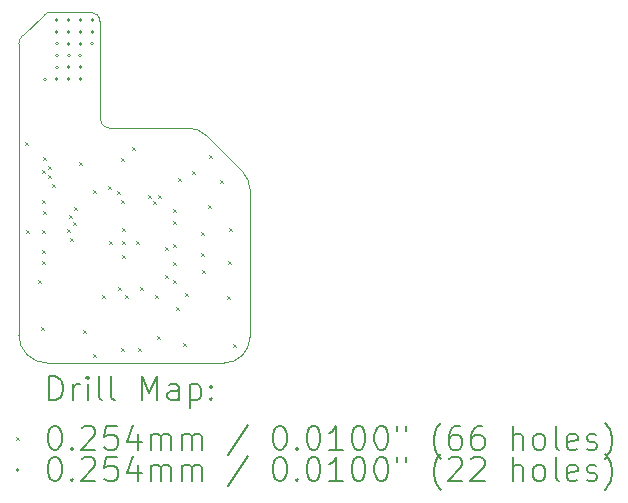
<source format=gbr>
%TF.GenerationSoftware,KiCad,Pcbnew,8.99.0-unknown-4e8e14ae3a~177~ubuntu22.04.1*%
%TF.CreationDate,2024-03-17T18:05:39+10:00*%
%TF.ProjectId,AVEFlex,41564546-6c65-4782-9e6b-696361645f70,rev?*%
%TF.SameCoordinates,Original*%
%TF.FileFunction,Drillmap*%
%TF.FilePolarity,Positive*%
%FSLAX45Y45*%
G04 Gerber Fmt 4.5, Leading zero omitted, Abs format (unit mm)*
G04 Created by KiCad (PCBNEW 8.99.0-unknown-4e8e14ae3a~177~ubuntu22.04.1) date 2024-03-17 18:05:39*
%MOMM*%
%LPD*%
G01*
G04 APERTURE LIST*
%ADD10C,0.050000*%
%ADD11C,0.200000*%
%ADD12C,0.100000*%
G04 APERTURE END LIST*
D10*
X13872136Y-9286073D02*
G75*
G02*
X13903362Y-9213478I100000J0D01*
G01*
X13903362Y-9213478D02*
X14084509Y-9041865D01*
X14084509Y-9041865D02*
G75*
G02*
X14153283Y-9014460I68775J-72595D01*
G01*
X14153283Y-9014460D02*
X14477802Y-9014460D01*
X14477802Y-9014460D02*
G75*
G02*
X14557936Y-9094593I0J-80134D01*
G01*
X14557936Y-9094593D02*
X14558090Y-9656306D01*
X14558090Y-9656306D02*
X14558090Y-9917985D01*
X14579601Y-9969917D02*
G75*
G02*
X14558090Y-9917985I51931J51931D01*
G01*
X14650312Y-9999206D02*
G75*
G02*
X14579601Y-9969917I0J100000D01*
G01*
X14650312Y-9999206D02*
X15313448Y-9999206D01*
X15313448Y-9999206D02*
G75*
G02*
X15454869Y-10057785I0J-200000D01*
G01*
X15454869Y-10057785D02*
X15769504Y-10372420D01*
X15769504Y-10372420D02*
G75*
G02*
X15828083Y-10514530I-141421J-141423D01*
G01*
X15828083Y-10514530D02*
X15827936Y-11769458D01*
X15827936Y-11769458D02*
G75*
G02*
X15611134Y-11986260I-216802J0D01*
G01*
X13872136Y-11748185D02*
X13872136Y-9286073D01*
X14110211Y-11986260D02*
G75*
G02*
X13872136Y-11748185I0J238075D01*
G01*
X14110211Y-11986260D02*
X15611134Y-11986260D01*
D11*
D12*
X13927154Y-10114776D02*
X13952554Y-10140176D01*
X13952554Y-10114776D02*
X13927154Y-10140176D01*
X13935283Y-10857980D02*
X13960683Y-10883380D01*
X13960683Y-10857980D02*
X13935283Y-10883380D01*
X14034876Y-11284420D02*
X14060276Y-11309820D01*
X14060276Y-11284420D02*
X14034876Y-11309820D01*
X14061013Y-11683226D02*
X14086413Y-11708626D01*
X14086413Y-11683226D02*
X14061013Y-11708626D01*
X14065584Y-10355060D02*
X14090984Y-10380460D01*
X14090984Y-10355060D02*
X14065584Y-10380460D01*
X14066346Y-11032732D02*
X14091746Y-11058132D01*
X14091746Y-11032732D02*
X14066346Y-11058132D01*
X14066600Y-10857472D02*
X14092000Y-10882872D01*
X14092000Y-10857472D02*
X14066600Y-10882872D01*
X14067388Y-11127194D02*
X14092788Y-11152594D01*
X14092788Y-11127194D02*
X14067388Y-11152594D01*
X14070919Y-10608806D02*
X14096319Y-10634206D01*
X14096319Y-10608806D02*
X14070919Y-10634206D01*
X14073196Y-10697706D02*
X14098596Y-10723106D01*
X14098596Y-10697706D02*
X14073196Y-10723106D01*
X14075490Y-10240506D02*
X14100890Y-10265906D01*
X14100890Y-10240506D02*
X14075490Y-10265906D01*
X14116384Y-10316960D02*
X14141784Y-10342360D01*
X14141784Y-10316960D02*
X14116384Y-10342360D01*
X14116384Y-10393160D02*
X14141784Y-10418560D01*
X14141784Y-10393160D02*
X14116384Y-10418560D01*
X14151690Y-10469106D02*
X14177090Y-10494506D01*
X14177090Y-10469106D02*
X14151690Y-10494506D01*
X14283770Y-10855948D02*
X14309170Y-10881348D01*
X14309170Y-10855948D02*
X14283770Y-10881348D01*
X14293560Y-10732478D02*
X14318960Y-10757878D01*
X14318960Y-10732478D02*
X14293560Y-10757878D01*
X14305360Y-10930116D02*
X14330760Y-10955516D01*
X14330760Y-10930116D02*
X14305360Y-10955516D01*
X14334824Y-10791940D02*
X14360224Y-10817340D01*
X14360224Y-10791940D02*
X14334824Y-10817340D01*
X14336956Y-10669778D02*
X14362356Y-10695178D01*
X14362356Y-10669778D02*
X14336956Y-10695178D01*
X14384354Y-10286734D02*
X14409754Y-10312134D01*
X14409754Y-10286734D02*
X14384354Y-10312134D01*
X14416613Y-11708626D02*
X14442013Y-11734026D01*
X14442013Y-11708626D02*
X14416613Y-11734026D01*
X14496877Y-11910302D02*
X14522277Y-11935702D01*
X14522277Y-11910302D02*
X14496877Y-11935702D01*
X14503989Y-10521176D02*
X14529389Y-10546576D01*
X14529389Y-10521176D02*
X14503989Y-10546576D01*
X14573584Y-11409414D02*
X14598984Y-11434814D01*
X14598984Y-11409414D02*
X14573584Y-11434814D01*
X14623722Y-10487660D02*
X14649122Y-10513060D01*
X14649122Y-10487660D02*
X14623722Y-10513060D01*
X14634136Y-10957560D02*
X14659536Y-10982960D01*
X14659536Y-10957560D02*
X14634136Y-10982960D01*
X14702870Y-10530066D02*
X14728270Y-10555466D01*
X14728270Y-10530066D02*
X14702870Y-10555466D01*
X14714047Y-11343120D02*
X14739447Y-11368520D01*
X14739447Y-11343120D02*
X14714047Y-11368520D01*
X14735382Y-11857978D02*
X14760782Y-11883378D01*
X14760782Y-11857978D02*
X14735382Y-11883378D01*
X14735890Y-10608806D02*
X14761290Y-10634206D01*
X14761290Y-10608806D02*
X14735890Y-10634206D01*
X14739711Y-10255085D02*
X14765111Y-10280485D01*
X14765111Y-10255085D02*
X14739711Y-10280485D01*
X14748436Y-10843260D02*
X14773836Y-10868660D01*
X14773836Y-10843260D02*
X14748436Y-10868660D01*
X14748436Y-10957560D02*
X14773836Y-10982960D01*
X14773836Y-10957560D02*
X14748436Y-10982960D01*
X14748436Y-11071860D02*
X14773836Y-11097260D01*
X14773836Y-11071860D02*
X14748436Y-11097260D01*
X14773990Y-11408906D02*
X14799390Y-11434306D01*
X14799390Y-11408906D02*
X14773990Y-11434306D01*
X14833934Y-10154400D02*
X14859334Y-10179800D01*
X14859334Y-10154400D02*
X14833934Y-10179800D01*
X14862736Y-10957560D02*
X14888136Y-10982960D01*
X14888136Y-10957560D02*
X14862736Y-10982960D01*
X14877876Y-11855692D02*
X14903276Y-11881092D01*
X14903276Y-11855692D02*
X14877876Y-11881092D01*
X14897689Y-11341850D02*
X14923089Y-11367250D01*
X14923089Y-11341850D02*
X14897689Y-11367250D01*
X14964336Y-10563860D02*
X14989736Y-10589260D01*
X14989736Y-10563860D02*
X14964336Y-10589260D01*
X15011686Y-10618110D02*
X15037086Y-10643510D01*
X15037086Y-10618110D02*
X15011686Y-10643510D01*
X15023419Y-11408398D02*
X15048819Y-11433798D01*
X15048819Y-11408398D02*
X15023419Y-11433798D01*
X15040436Y-11760696D02*
X15065836Y-11786096D01*
X15065836Y-11760696D02*
X15040436Y-11786096D01*
X15053236Y-10563860D02*
X15078636Y-10589260D01*
X15078636Y-10563860D02*
X15053236Y-10589260D01*
X15111810Y-11244568D02*
X15137210Y-11269968D01*
X15137210Y-11244568D02*
X15111810Y-11269968D01*
X15112318Y-11002760D02*
X15137718Y-11028160D01*
X15137718Y-11002760D02*
X15112318Y-11028160D01*
X15179882Y-10978884D02*
X15205282Y-11004284D01*
X15205282Y-10978884D02*
X15179882Y-11004284D01*
X15180136Y-11282668D02*
X15205536Y-11308068D01*
X15205536Y-11282668D02*
X15180136Y-11308068D01*
X15180390Y-10781526D02*
X15205790Y-10806926D01*
X15205790Y-10781526D02*
X15180390Y-10806926D01*
X15180390Y-11132046D02*
X15205790Y-11157446D01*
X15205790Y-11132046D02*
X15180390Y-11157446D01*
X15181153Y-10682212D02*
X15206553Y-10707612D01*
X15206553Y-10682212D02*
X15181153Y-10707612D01*
X15206299Y-11515586D02*
X15231699Y-11540986D01*
X15231699Y-11515586D02*
X15206299Y-11540986D01*
X15218490Y-10418306D02*
X15243890Y-10443706D01*
X15243890Y-10418306D02*
X15218490Y-10443706D01*
X15259384Y-11816830D02*
X15284784Y-11842230D01*
X15284784Y-11816830D02*
X15259384Y-11842230D01*
X15276402Y-11395190D02*
X15301802Y-11420590D01*
X15301802Y-11395190D02*
X15276402Y-11420590D01*
X15336600Y-10364204D02*
X15362000Y-10389604D01*
X15362000Y-10364204D02*
X15336600Y-10389604D01*
X15417880Y-10879570D02*
X15443280Y-10904970D01*
X15443280Y-10879570D02*
X15417880Y-10904970D01*
X15417880Y-11052290D02*
X15443280Y-11077690D01*
X15443280Y-11052290D02*
X15417880Y-11077690D01*
X15420929Y-11198594D02*
X15446329Y-11223994D01*
X15446329Y-11198594D02*
X15420929Y-11223994D01*
X15472490Y-10646106D02*
X15497890Y-10671506D01*
X15497890Y-10646106D02*
X15472490Y-10671506D01*
X15485190Y-10227806D02*
X15510590Y-10253206D01*
X15510590Y-10227806D02*
X15485190Y-10253206D01*
X15571104Y-10438422D02*
X15596504Y-10463822D01*
X15596504Y-10438422D02*
X15571104Y-10463822D01*
X15637144Y-11416322D02*
X15662544Y-11441722D01*
X15662544Y-11416322D02*
X15637144Y-11441722D01*
X15644764Y-11124222D02*
X15670164Y-11149622D01*
X15670164Y-11124222D02*
X15644764Y-11149622D01*
X15647750Y-10842486D02*
X15673150Y-10867886D01*
X15673150Y-10842486D02*
X15647750Y-10867886D01*
X15682802Y-11826990D02*
X15708202Y-11852390D01*
X15708202Y-11826990D02*
X15682802Y-11852390D01*
X14105848Y-9583060D02*
G75*
G02*
X14080423Y-9583060I-12713J0D01*
G01*
X14080423Y-9583060D02*
G75*
G02*
X14105848Y-9583060I12713J0D01*
G01*
X14205848Y-9083060D02*
G75*
G02*
X14180423Y-9083060I-12713J0D01*
G01*
X14180423Y-9083060D02*
G75*
G02*
X14205848Y-9083060I12713J0D01*
G01*
X14205848Y-9183060D02*
G75*
G02*
X14180423Y-9183060I-12713J0D01*
G01*
X14180423Y-9183060D02*
G75*
G02*
X14205848Y-9183060I12713J0D01*
G01*
X14205848Y-9283060D02*
G75*
G02*
X14180423Y-9283060I-12713J0D01*
G01*
X14180423Y-9283060D02*
G75*
G02*
X14205848Y-9283060I12713J0D01*
G01*
X14205848Y-9583060D02*
G75*
G02*
X14180423Y-9583060I-12713J0D01*
G01*
X14180423Y-9583060D02*
G75*
G02*
X14205848Y-9583060I12713J0D01*
G01*
X14205849Y-9383060D02*
G75*
G02*
X14180423Y-9383060I-12713J0D01*
G01*
X14180423Y-9383060D02*
G75*
G02*
X14205849Y-9383060I12713J0D01*
G01*
X14205849Y-9483060D02*
G75*
G02*
X14180423Y-9483060I-12713J0D01*
G01*
X14180423Y-9483060D02*
G75*
G02*
X14205849Y-9483060I12713J0D01*
G01*
X14305848Y-9083060D02*
G75*
G02*
X14280423Y-9083060I-12713J0D01*
G01*
X14280423Y-9083060D02*
G75*
G02*
X14305848Y-9083060I12713J0D01*
G01*
X14305848Y-9183060D02*
G75*
G02*
X14280423Y-9183060I-12713J0D01*
G01*
X14280423Y-9183060D02*
G75*
G02*
X14305848Y-9183060I12713J0D01*
G01*
X14305848Y-9283060D02*
G75*
G02*
X14280423Y-9283060I-12713J0D01*
G01*
X14280423Y-9283060D02*
G75*
G02*
X14305848Y-9283060I12713J0D01*
G01*
X14305848Y-9383060D02*
G75*
G02*
X14280423Y-9383060I-12713J0D01*
G01*
X14280423Y-9383060D02*
G75*
G02*
X14305848Y-9383060I12713J0D01*
G01*
X14305848Y-9583060D02*
G75*
G02*
X14280423Y-9583060I-12713J0D01*
G01*
X14280423Y-9583060D02*
G75*
G02*
X14305848Y-9583060I12713J0D01*
G01*
X14305849Y-9483060D02*
G75*
G02*
X14280423Y-9483060I-12713J0D01*
G01*
X14280423Y-9483060D02*
G75*
G02*
X14305849Y-9483060I12713J0D01*
G01*
X14405848Y-9083060D02*
G75*
G02*
X14380423Y-9083060I-12713J0D01*
G01*
X14380423Y-9083060D02*
G75*
G02*
X14405848Y-9083060I12713J0D01*
G01*
X14405848Y-9183060D02*
G75*
G02*
X14380423Y-9183060I-12713J0D01*
G01*
X14380423Y-9183060D02*
G75*
G02*
X14405848Y-9183060I12713J0D01*
G01*
X14405848Y-9283060D02*
G75*
G02*
X14380423Y-9283060I-12713J0D01*
G01*
X14380423Y-9283060D02*
G75*
G02*
X14405848Y-9283060I12713J0D01*
G01*
X14405848Y-9383060D02*
G75*
G02*
X14380423Y-9383060I-12713J0D01*
G01*
X14380423Y-9383060D02*
G75*
G02*
X14405848Y-9383060I12713J0D01*
G01*
X14405848Y-9483060D02*
G75*
G02*
X14380423Y-9483060I-12713J0D01*
G01*
X14380423Y-9483060D02*
G75*
G02*
X14405848Y-9483060I12713J0D01*
G01*
X14405848Y-9583060D02*
G75*
G02*
X14380423Y-9583060I-12713J0D01*
G01*
X14380423Y-9583060D02*
G75*
G02*
X14405848Y-9583060I12713J0D01*
G01*
X14505848Y-9283060D02*
G75*
G02*
X14480423Y-9283060I-12713J0D01*
G01*
X14480423Y-9283060D02*
G75*
G02*
X14505848Y-9283060I12713J0D01*
G01*
X14505849Y-9083060D02*
G75*
G02*
X14480423Y-9083060I-12713J0D01*
G01*
X14480423Y-9083060D02*
G75*
G02*
X14505849Y-9083060I12713J0D01*
G01*
X14505849Y-9183060D02*
G75*
G02*
X14480423Y-9183060I-12713J0D01*
G01*
X14480423Y-9183060D02*
G75*
G02*
X14505849Y-9183060I12713J0D01*
G01*
D11*
X14130413Y-12300244D02*
X14130413Y-12100244D01*
X14130413Y-12100244D02*
X14178032Y-12100244D01*
X14178032Y-12100244D02*
X14206603Y-12109768D01*
X14206603Y-12109768D02*
X14225651Y-12128815D01*
X14225651Y-12128815D02*
X14235175Y-12147863D01*
X14235175Y-12147863D02*
X14244699Y-12185958D01*
X14244699Y-12185958D02*
X14244699Y-12214530D01*
X14244699Y-12214530D02*
X14235175Y-12252625D01*
X14235175Y-12252625D02*
X14225651Y-12271673D01*
X14225651Y-12271673D02*
X14206603Y-12290720D01*
X14206603Y-12290720D02*
X14178032Y-12300244D01*
X14178032Y-12300244D02*
X14130413Y-12300244D01*
X14330413Y-12300244D02*
X14330413Y-12166911D01*
X14330413Y-12205006D02*
X14339937Y-12185958D01*
X14339937Y-12185958D02*
X14349460Y-12176434D01*
X14349460Y-12176434D02*
X14368508Y-12166911D01*
X14368508Y-12166911D02*
X14387556Y-12166911D01*
X14454222Y-12300244D02*
X14454222Y-12166911D01*
X14454222Y-12100244D02*
X14444699Y-12109768D01*
X14444699Y-12109768D02*
X14454222Y-12119292D01*
X14454222Y-12119292D02*
X14463746Y-12109768D01*
X14463746Y-12109768D02*
X14454222Y-12100244D01*
X14454222Y-12100244D02*
X14454222Y-12119292D01*
X14578032Y-12300244D02*
X14558984Y-12290720D01*
X14558984Y-12290720D02*
X14549460Y-12271673D01*
X14549460Y-12271673D02*
X14549460Y-12100244D01*
X14682794Y-12300244D02*
X14663746Y-12290720D01*
X14663746Y-12290720D02*
X14654222Y-12271673D01*
X14654222Y-12271673D02*
X14654222Y-12100244D01*
X14911365Y-12300244D02*
X14911365Y-12100244D01*
X14911365Y-12100244D02*
X14978032Y-12243101D01*
X14978032Y-12243101D02*
X15044699Y-12100244D01*
X15044699Y-12100244D02*
X15044699Y-12300244D01*
X15225651Y-12300244D02*
X15225651Y-12195482D01*
X15225651Y-12195482D02*
X15216127Y-12176434D01*
X15216127Y-12176434D02*
X15197080Y-12166911D01*
X15197080Y-12166911D02*
X15158984Y-12166911D01*
X15158984Y-12166911D02*
X15139937Y-12176434D01*
X15225651Y-12290720D02*
X15206603Y-12300244D01*
X15206603Y-12300244D02*
X15158984Y-12300244D01*
X15158984Y-12300244D02*
X15139937Y-12290720D01*
X15139937Y-12290720D02*
X15130413Y-12271673D01*
X15130413Y-12271673D02*
X15130413Y-12252625D01*
X15130413Y-12252625D02*
X15139937Y-12233577D01*
X15139937Y-12233577D02*
X15158984Y-12224054D01*
X15158984Y-12224054D02*
X15206603Y-12224054D01*
X15206603Y-12224054D02*
X15225651Y-12214530D01*
X15320889Y-12166911D02*
X15320889Y-12366911D01*
X15320889Y-12176434D02*
X15339937Y-12166911D01*
X15339937Y-12166911D02*
X15378032Y-12166911D01*
X15378032Y-12166911D02*
X15397080Y-12176434D01*
X15397080Y-12176434D02*
X15406603Y-12185958D01*
X15406603Y-12185958D02*
X15416127Y-12205006D01*
X15416127Y-12205006D02*
X15416127Y-12262149D01*
X15416127Y-12262149D02*
X15406603Y-12281196D01*
X15406603Y-12281196D02*
X15397080Y-12290720D01*
X15397080Y-12290720D02*
X15378032Y-12300244D01*
X15378032Y-12300244D02*
X15339937Y-12300244D01*
X15339937Y-12300244D02*
X15320889Y-12290720D01*
X15501841Y-12281196D02*
X15511365Y-12290720D01*
X15511365Y-12290720D02*
X15501841Y-12300244D01*
X15501841Y-12300244D02*
X15492318Y-12290720D01*
X15492318Y-12290720D02*
X15501841Y-12281196D01*
X15501841Y-12281196D02*
X15501841Y-12300244D01*
X15501841Y-12176434D02*
X15511365Y-12185958D01*
X15511365Y-12185958D02*
X15501841Y-12195482D01*
X15501841Y-12195482D02*
X15492318Y-12185958D01*
X15492318Y-12185958D02*
X15501841Y-12176434D01*
X15501841Y-12176434D02*
X15501841Y-12195482D01*
D12*
X13844236Y-12616060D02*
X13869636Y-12641460D01*
X13869636Y-12616060D02*
X13844236Y-12641460D01*
D11*
X14168508Y-12520244D02*
X14187556Y-12520244D01*
X14187556Y-12520244D02*
X14206603Y-12529768D01*
X14206603Y-12529768D02*
X14216127Y-12539292D01*
X14216127Y-12539292D02*
X14225651Y-12558339D01*
X14225651Y-12558339D02*
X14235175Y-12596434D01*
X14235175Y-12596434D02*
X14235175Y-12644054D01*
X14235175Y-12644054D02*
X14225651Y-12682149D01*
X14225651Y-12682149D02*
X14216127Y-12701196D01*
X14216127Y-12701196D02*
X14206603Y-12710720D01*
X14206603Y-12710720D02*
X14187556Y-12720244D01*
X14187556Y-12720244D02*
X14168508Y-12720244D01*
X14168508Y-12720244D02*
X14149460Y-12710720D01*
X14149460Y-12710720D02*
X14139937Y-12701196D01*
X14139937Y-12701196D02*
X14130413Y-12682149D01*
X14130413Y-12682149D02*
X14120889Y-12644054D01*
X14120889Y-12644054D02*
X14120889Y-12596434D01*
X14120889Y-12596434D02*
X14130413Y-12558339D01*
X14130413Y-12558339D02*
X14139937Y-12539292D01*
X14139937Y-12539292D02*
X14149460Y-12529768D01*
X14149460Y-12529768D02*
X14168508Y-12520244D01*
X14320889Y-12701196D02*
X14330413Y-12710720D01*
X14330413Y-12710720D02*
X14320889Y-12720244D01*
X14320889Y-12720244D02*
X14311365Y-12710720D01*
X14311365Y-12710720D02*
X14320889Y-12701196D01*
X14320889Y-12701196D02*
X14320889Y-12720244D01*
X14406603Y-12539292D02*
X14416127Y-12529768D01*
X14416127Y-12529768D02*
X14435175Y-12520244D01*
X14435175Y-12520244D02*
X14482794Y-12520244D01*
X14482794Y-12520244D02*
X14501841Y-12529768D01*
X14501841Y-12529768D02*
X14511365Y-12539292D01*
X14511365Y-12539292D02*
X14520889Y-12558339D01*
X14520889Y-12558339D02*
X14520889Y-12577387D01*
X14520889Y-12577387D02*
X14511365Y-12605958D01*
X14511365Y-12605958D02*
X14397080Y-12720244D01*
X14397080Y-12720244D02*
X14520889Y-12720244D01*
X14701841Y-12520244D02*
X14606603Y-12520244D01*
X14606603Y-12520244D02*
X14597080Y-12615482D01*
X14597080Y-12615482D02*
X14606603Y-12605958D01*
X14606603Y-12605958D02*
X14625651Y-12596434D01*
X14625651Y-12596434D02*
X14673270Y-12596434D01*
X14673270Y-12596434D02*
X14692318Y-12605958D01*
X14692318Y-12605958D02*
X14701841Y-12615482D01*
X14701841Y-12615482D02*
X14711365Y-12634530D01*
X14711365Y-12634530D02*
X14711365Y-12682149D01*
X14711365Y-12682149D02*
X14701841Y-12701196D01*
X14701841Y-12701196D02*
X14692318Y-12710720D01*
X14692318Y-12710720D02*
X14673270Y-12720244D01*
X14673270Y-12720244D02*
X14625651Y-12720244D01*
X14625651Y-12720244D02*
X14606603Y-12710720D01*
X14606603Y-12710720D02*
X14597080Y-12701196D01*
X14882794Y-12586911D02*
X14882794Y-12720244D01*
X14835175Y-12510720D02*
X14787556Y-12653577D01*
X14787556Y-12653577D02*
X14911365Y-12653577D01*
X14987556Y-12720244D02*
X14987556Y-12586911D01*
X14987556Y-12605958D02*
X14997080Y-12596434D01*
X14997080Y-12596434D02*
X15016127Y-12586911D01*
X15016127Y-12586911D02*
X15044699Y-12586911D01*
X15044699Y-12586911D02*
X15063746Y-12596434D01*
X15063746Y-12596434D02*
X15073270Y-12615482D01*
X15073270Y-12615482D02*
X15073270Y-12720244D01*
X15073270Y-12615482D02*
X15082794Y-12596434D01*
X15082794Y-12596434D02*
X15101841Y-12586911D01*
X15101841Y-12586911D02*
X15130413Y-12586911D01*
X15130413Y-12586911D02*
X15149461Y-12596434D01*
X15149461Y-12596434D02*
X15158984Y-12615482D01*
X15158984Y-12615482D02*
X15158984Y-12720244D01*
X15254222Y-12720244D02*
X15254222Y-12586911D01*
X15254222Y-12605958D02*
X15263746Y-12596434D01*
X15263746Y-12596434D02*
X15282794Y-12586911D01*
X15282794Y-12586911D02*
X15311365Y-12586911D01*
X15311365Y-12586911D02*
X15330413Y-12596434D01*
X15330413Y-12596434D02*
X15339937Y-12615482D01*
X15339937Y-12615482D02*
X15339937Y-12720244D01*
X15339937Y-12615482D02*
X15349461Y-12596434D01*
X15349461Y-12596434D02*
X15368508Y-12586911D01*
X15368508Y-12586911D02*
X15397080Y-12586911D01*
X15397080Y-12586911D02*
X15416127Y-12596434D01*
X15416127Y-12596434D02*
X15425651Y-12615482D01*
X15425651Y-12615482D02*
X15425651Y-12720244D01*
X15816127Y-12510720D02*
X15644699Y-12767863D01*
X16073270Y-12520244D02*
X16092318Y-12520244D01*
X16092318Y-12520244D02*
X16111365Y-12529768D01*
X16111365Y-12529768D02*
X16120889Y-12539292D01*
X16120889Y-12539292D02*
X16130413Y-12558339D01*
X16130413Y-12558339D02*
X16139937Y-12596434D01*
X16139937Y-12596434D02*
X16139937Y-12644054D01*
X16139937Y-12644054D02*
X16130413Y-12682149D01*
X16130413Y-12682149D02*
X16120889Y-12701196D01*
X16120889Y-12701196D02*
X16111365Y-12710720D01*
X16111365Y-12710720D02*
X16092318Y-12720244D01*
X16092318Y-12720244D02*
X16073270Y-12720244D01*
X16073270Y-12720244D02*
X16054223Y-12710720D01*
X16054223Y-12710720D02*
X16044699Y-12701196D01*
X16044699Y-12701196D02*
X16035175Y-12682149D01*
X16035175Y-12682149D02*
X16025651Y-12644054D01*
X16025651Y-12644054D02*
X16025651Y-12596434D01*
X16025651Y-12596434D02*
X16035175Y-12558339D01*
X16035175Y-12558339D02*
X16044699Y-12539292D01*
X16044699Y-12539292D02*
X16054223Y-12529768D01*
X16054223Y-12529768D02*
X16073270Y-12520244D01*
X16225651Y-12701196D02*
X16235175Y-12710720D01*
X16235175Y-12710720D02*
X16225651Y-12720244D01*
X16225651Y-12720244D02*
X16216127Y-12710720D01*
X16216127Y-12710720D02*
X16225651Y-12701196D01*
X16225651Y-12701196D02*
X16225651Y-12720244D01*
X16358984Y-12520244D02*
X16378032Y-12520244D01*
X16378032Y-12520244D02*
X16397080Y-12529768D01*
X16397080Y-12529768D02*
X16406604Y-12539292D01*
X16406604Y-12539292D02*
X16416127Y-12558339D01*
X16416127Y-12558339D02*
X16425651Y-12596434D01*
X16425651Y-12596434D02*
X16425651Y-12644054D01*
X16425651Y-12644054D02*
X16416127Y-12682149D01*
X16416127Y-12682149D02*
X16406604Y-12701196D01*
X16406604Y-12701196D02*
X16397080Y-12710720D01*
X16397080Y-12710720D02*
X16378032Y-12720244D01*
X16378032Y-12720244D02*
X16358984Y-12720244D01*
X16358984Y-12720244D02*
X16339937Y-12710720D01*
X16339937Y-12710720D02*
X16330413Y-12701196D01*
X16330413Y-12701196D02*
X16320889Y-12682149D01*
X16320889Y-12682149D02*
X16311365Y-12644054D01*
X16311365Y-12644054D02*
X16311365Y-12596434D01*
X16311365Y-12596434D02*
X16320889Y-12558339D01*
X16320889Y-12558339D02*
X16330413Y-12539292D01*
X16330413Y-12539292D02*
X16339937Y-12529768D01*
X16339937Y-12529768D02*
X16358984Y-12520244D01*
X16616127Y-12720244D02*
X16501842Y-12720244D01*
X16558984Y-12720244D02*
X16558984Y-12520244D01*
X16558984Y-12520244D02*
X16539937Y-12548815D01*
X16539937Y-12548815D02*
X16520889Y-12567863D01*
X16520889Y-12567863D02*
X16501842Y-12577387D01*
X16739937Y-12520244D02*
X16758985Y-12520244D01*
X16758985Y-12520244D02*
X16778032Y-12529768D01*
X16778032Y-12529768D02*
X16787556Y-12539292D01*
X16787556Y-12539292D02*
X16797080Y-12558339D01*
X16797080Y-12558339D02*
X16806604Y-12596434D01*
X16806604Y-12596434D02*
X16806604Y-12644054D01*
X16806604Y-12644054D02*
X16797080Y-12682149D01*
X16797080Y-12682149D02*
X16787556Y-12701196D01*
X16787556Y-12701196D02*
X16778032Y-12710720D01*
X16778032Y-12710720D02*
X16758985Y-12720244D01*
X16758985Y-12720244D02*
X16739937Y-12720244D01*
X16739937Y-12720244D02*
X16720889Y-12710720D01*
X16720889Y-12710720D02*
X16711365Y-12701196D01*
X16711365Y-12701196D02*
X16701842Y-12682149D01*
X16701842Y-12682149D02*
X16692318Y-12644054D01*
X16692318Y-12644054D02*
X16692318Y-12596434D01*
X16692318Y-12596434D02*
X16701842Y-12558339D01*
X16701842Y-12558339D02*
X16711365Y-12539292D01*
X16711365Y-12539292D02*
X16720889Y-12529768D01*
X16720889Y-12529768D02*
X16739937Y-12520244D01*
X16930413Y-12520244D02*
X16949461Y-12520244D01*
X16949461Y-12520244D02*
X16968508Y-12529768D01*
X16968508Y-12529768D02*
X16978032Y-12539292D01*
X16978032Y-12539292D02*
X16987556Y-12558339D01*
X16987556Y-12558339D02*
X16997080Y-12596434D01*
X16997080Y-12596434D02*
X16997080Y-12644054D01*
X16997080Y-12644054D02*
X16987556Y-12682149D01*
X16987556Y-12682149D02*
X16978032Y-12701196D01*
X16978032Y-12701196D02*
X16968508Y-12710720D01*
X16968508Y-12710720D02*
X16949461Y-12720244D01*
X16949461Y-12720244D02*
X16930413Y-12720244D01*
X16930413Y-12720244D02*
X16911366Y-12710720D01*
X16911366Y-12710720D02*
X16901842Y-12701196D01*
X16901842Y-12701196D02*
X16892318Y-12682149D01*
X16892318Y-12682149D02*
X16882794Y-12644054D01*
X16882794Y-12644054D02*
X16882794Y-12596434D01*
X16882794Y-12596434D02*
X16892318Y-12558339D01*
X16892318Y-12558339D02*
X16901842Y-12539292D01*
X16901842Y-12539292D02*
X16911366Y-12529768D01*
X16911366Y-12529768D02*
X16930413Y-12520244D01*
X17073270Y-12520244D02*
X17073270Y-12558339D01*
X17149461Y-12520244D02*
X17149461Y-12558339D01*
X17444699Y-12796434D02*
X17435175Y-12786911D01*
X17435175Y-12786911D02*
X17416128Y-12758339D01*
X17416128Y-12758339D02*
X17406604Y-12739292D01*
X17406604Y-12739292D02*
X17397080Y-12710720D01*
X17397080Y-12710720D02*
X17387556Y-12663101D01*
X17387556Y-12663101D02*
X17387556Y-12625006D01*
X17387556Y-12625006D02*
X17397080Y-12577387D01*
X17397080Y-12577387D02*
X17406604Y-12548815D01*
X17406604Y-12548815D02*
X17416128Y-12529768D01*
X17416128Y-12529768D02*
X17435175Y-12501196D01*
X17435175Y-12501196D02*
X17444699Y-12491673D01*
X17606604Y-12520244D02*
X17568508Y-12520244D01*
X17568508Y-12520244D02*
X17549461Y-12529768D01*
X17549461Y-12529768D02*
X17539937Y-12539292D01*
X17539937Y-12539292D02*
X17520889Y-12567863D01*
X17520889Y-12567863D02*
X17511366Y-12605958D01*
X17511366Y-12605958D02*
X17511366Y-12682149D01*
X17511366Y-12682149D02*
X17520889Y-12701196D01*
X17520889Y-12701196D02*
X17530413Y-12710720D01*
X17530413Y-12710720D02*
X17549461Y-12720244D01*
X17549461Y-12720244D02*
X17587556Y-12720244D01*
X17587556Y-12720244D02*
X17606604Y-12710720D01*
X17606604Y-12710720D02*
X17616128Y-12701196D01*
X17616128Y-12701196D02*
X17625651Y-12682149D01*
X17625651Y-12682149D02*
X17625651Y-12634530D01*
X17625651Y-12634530D02*
X17616128Y-12615482D01*
X17616128Y-12615482D02*
X17606604Y-12605958D01*
X17606604Y-12605958D02*
X17587556Y-12596434D01*
X17587556Y-12596434D02*
X17549461Y-12596434D01*
X17549461Y-12596434D02*
X17530413Y-12605958D01*
X17530413Y-12605958D02*
X17520889Y-12615482D01*
X17520889Y-12615482D02*
X17511366Y-12634530D01*
X17797080Y-12520244D02*
X17758985Y-12520244D01*
X17758985Y-12520244D02*
X17739937Y-12529768D01*
X17739937Y-12529768D02*
X17730413Y-12539292D01*
X17730413Y-12539292D02*
X17711366Y-12567863D01*
X17711366Y-12567863D02*
X17701842Y-12605958D01*
X17701842Y-12605958D02*
X17701842Y-12682149D01*
X17701842Y-12682149D02*
X17711366Y-12701196D01*
X17711366Y-12701196D02*
X17720889Y-12710720D01*
X17720889Y-12710720D02*
X17739937Y-12720244D01*
X17739937Y-12720244D02*
X17778032Y-12720244D01*
X17778032Y-12720244D02*
X17797080Y-12710720D01*
X17797080Y-12710720D02*
X17806604Y-12701196D01*
X17806604Y-12701196D02*
X17816128Y-12682149D01*
X17816128Y-12682149D02*
X17816128Y-12634530D01*
X17816128Y-12634530D02*
X17806604Y-12615482D01*
X17806604Y-12615482D02*
X17797080Y-12605958D01*
X17797080Y-12605958D02*
X17778032Y-12596434D01*
X17778032Y-12596434D02*
X17739937Y-12596434D01*
X17739937Y-12596434D02*
X17720889Y-12605958D01*
X17720889Y-12605958D02*
X17711366Y-12615482D01*
X17711366Y-12615482D02*
X17701842Y-12634530D01*
X18054223Y-12720244D02*
X18054223Y-12520244D01*
X18139937Y-12720244D02*
X18139937Y-12615482D01*
X18139937Y-12615482D02*
X18130413Y-12596434D01*
X18130413Y-12596434D02*
X18111366Y-12586911D01*
X18111366Y-12586911D02*
X18082794Y-12586911D01*
X18082794Y-12586911D02*
X18063747Y-12596434D01*
X18063747Y-12596434D02*
X18054223Y-12605958D01*
X18263747Y-12720244D02*
X18244699Y-12710720D01*
X18244699Y-12710720D02*
X18235175Y-12701196D01*
X18235175Y-12701196D02*
X18225651Y-12682149D01*
X18225651Y-12682149D02*
X18225651Y-12625006D01*
X18225651Y-12625006D02*
X18235175Y-12605958D01*
X18235175Y-12605958D02*
X18244699Y-12596434D01*
X18244699Y-12596434D02*
X18263747Y-12586911D01*
X18263747Y-12586911D02*
X18292318Y-12586911D01*
X18292318Y-12586911D02*
X18311366Y-12596434D01*
X18311366Y-12596434D02*
X18320890Y-12605958D01*
X18320890Y-12605958D02*
X18330413Y-12625006D01*
X18330413Y-12625006D02*
X18330413Y-12682149D01*
X18330413Y-12682149D02*
X18320890Y-12701196D01*
X18320890Y-12701196D02*
X18311366Y-12710720D01*
X18311366Y-12710720D02*
X18292318Y-12720244D01*
X18292318Y-12720244D02*
X18263747Y-12720244D01*
X18444699Y-12720244D02*
X18425651Y-12710720D01*
X18425651Y-12710720D02*
X18416128Y-12691673D01*
X18416128Y-12691673D02*
X18416128Y-12520244D01*
X18597080Y-12710720D02*
X18578032Y-12720244D01*
X18578032Y-12720244D02*
X18539937Y-12720244D01*
X18539937Y-12720244D02*
X18520890Y-12710720D01*
X18520890Y-12710720D02*
X18511366Y-12691673D01*
X18511366Y-12691673D02*
X18511366Y-12615482D01*
X18511366Y-12615482D02*
X18520890Y-12596434D01*
X18520890Y-12596434D02*
X18539937Y-12586911D01*
X18539937Y-12586911D02*
X18578032Y-12586911D01*
X18578032Y-12586911D02*
X18597080Y-12596434D01*
X18597080Y-12596434D02*
X18606604Y-12615482D01*
X18606604Y-12615482D02*
X18606604Y-12634530D01*
X18606604Y-12634530D02*
X18511366Y-12653577D01*
X18682794Y-12710720D02*
X18701842Y-12720244D01*
X18701842Y-12720244D02*
X18739937Y-12720244D01*
X18739937Y-12720244D02*
X18758985Y-12710720D01*
X18758985Y-12710720D02*
X18768509Y-12691673D01*
X18768509Y-12691673D02*
X18768509Y-12682149D01*
X18768509Y-12682149D02*
X18758985Y-12663101D01*
X18758985Y-12663101D02*
X18739937Y-12653577D01*
X18739937Y-12653577D02*
X18711366Y-12653577D01*
X18711366Y-12653577D02*
X18692318Y-12644054D01*
X18692318Y-12644054D02*
X18682794Y-12625006D01*
X18682794Y-12625006D02*
X18682794Y-12615482D01*
X18682794Y-12615482D02*
X18692318Y-12596434D01*
X18692318Y-12596434D02*
X18711366Y-12586911D01*
X18711366Y-12586911D02*
X18739937Y-12586911D01*
X18739937Y-12586911D02*
X18758985Y-12596434D01*
X18835175Y-12796434D02*
X18844699Y-12786911D01*
X18844699Y-12786911D02*
X18863747Y-12758339D01*
X18863747Y-12758339D02*
X18873271Y-12739292D01*
X18873271Y-12739292D02*
X18882794Y-12710720D01*
X18882794Y-12710720D02*
X18892318Y-12663101D01*
X18892318Y-12663101D02*
X18892318Y-12625006D01*
X18892318Y-12625006D02*
X18882794Y-12577387D01*
X18882794Y-12577387D02*
X18873271Y-12548815D01*
X18873271Y-12548815D02*
X18863747Y-12529768D01*
X18863747Y-12529768D02*
X18844699Y-12501196D01*
X18844699Y-12501196D02*
X18835175Y-12491673D01*
D12*
X13869636Y-12892760D02*
G75*
G02*
X13844211Y-12892760I-12713J0D01*
G01*
X13844211Y-12892760D02*
G75*
G02*
X13869636Y-12892760I12713J0D01*
G01*
D11*
X14168508Y-12784244D02*
X14187556Y-12784244D01*
X14187556Y-12784244D02*
X14206603Y-12793768D01*
X14206603Y-12793768D02*
X14216127Y-12803292D01*
X14216127Y-12803292D02*
X14225651Y-12822339D01*
X14225651Y-12822339D02*
X14235175Y-12860434D01*
X14235175Y-12860434D02*
X14235175Y-12908054D01*
X14235175Y-12908054D02*
X14225651Y-12946149D01*
X14225651Y-12946149D02*
X14216127Y-12965196D01*
X14216127Y-12965196D02*
X14206603Y-12974720D01*
X14206603Y-12974720D02*
X14187556Y-12984244D01*
X14187556Y-12984244D02*
X14168508Y-12984244D01*
X14168508Y-12984244D02*
X14149460Y-12974720D01*
X14149460Y-12974720D02*
X14139937Y-12965196D01*
X14139937Y-12965196D02*
X14130413Y-12946149D01*
X14130413Y-12946149D02*
X14120889Y-12908054D01*
X14120889Y-12908054D02*
X14120889Y-12860434D01*
X14120889Y-12860434D02*
X14130413Y-12822339D01*
X14130413Y-12822339D02*
X14139937Y-12803292D01*
X14139937Y-12803292D02*
X14149460Y-12793768D01*
X14149460Y-12793768D02*
X14168508Y-12784244D01*
X14320889Y-12965196D02*
X14330413Y-12974720D01*
X14330413Y-12974720D02*
X14320889Y-12984244D01*
X14320889Y-12984244D02*
X14311365Y-12974720D01*
X14311365Y-12974720D02*
X14320889Y-12965196D01*
X14320889Y-12965196D02*
X14320889Y-12984244D01*
X14406603Y-12803292D02*
X14416127Y-12793768D01*
X14416127Y-12793768D02*
X14435175Y-12784244D01*
X14435175Y-12784244D02*
X14482794Y-12784244D01*
X14482794Y-12784244D02*
X14501841Y-12793768D01*
X14501841Y-12793768D02*
X14511365Y-12803292D01*
X14511365Y-12803292D02*
X14520889Y-12822339D01*
X14520889Y-12822339D02*
X14520889Y-12841387D01*
X14520889Y-12841387D02*
X14511365Y-12869958D01*
X14511365Y-12869958D02*
X14397080Y-12984244D01*
X14397080Y-12984244D02*
X14520889Y-12984244D01*
X14701841Y-12784244D02*
X14606603Y-12784244D01*
X14606603Y-12784244D02*
X14597080Y-12879482D01*
X14597080Y-12879482D02*
X14606603Y-12869958D01*
X14606603Y-12869958D02*
X14625651Y-12860434D01*
X14625651Y-12860434D02*
X14673270Y-12860434D01*
X14673270Y-12860434D02*
X14692318Y-12869958D01*
X14692318Y-12869958D02*
X14701841Y-12879482D01*
X14701841Y-12879482D02*
X14711365Y-12898530D01*
X14711365Y-12898530D02*
X14711365Y-12946149D01*
X14711365Y-12946149D02*
X14701841Y-12965196D01*
X14701841Y-12965196D02*
X14692318Y-12974720D01*
X14692318Y-12974720D02*
X14673270Y-12984244D01*
X14673270Y-12984244D02*
X14625651Y-12984244D01*
X14625651Y-12984244D02*
X14606603Y-12974720D01*
X14606603Y-12974720D02*
X14597080Y-12965196D01*
X14882794Y-12850911D02*
X14882794Y-12984244D01*
X14835175Y-12774720D02*
X14787556Y-12917577D01*
X14787556Y-12917577D02*
X14911365Y-12917577D01*
X14987556Y-12984244D02*
X14987556Y-12850911D01*
X14987556Y-12869958D02*
X14997080Y-12860434D01*
X14997080Y-12860434D02*
X15016127Y-12850911D01*
X15016127Y-12850911D02*
X15044699Y-12850911D01*
X15044699Y-12850911D02*
X15063746Y-12860434D01*
X15063746Y-12860434D02*
X15073270Y-12879482D01*
X15073270Y-12879482D02*
X15073270Y-12984244D01*
X15073270Y-12879482D02*
X15082794Y-12860434D01*
X15082794Y-12860434D02*
X15101841Y-12850911D01*
X15101841Y-12850911D02*
X15130413Y-12850911D01*
X15130413Y-12850911D02*
X15149461Y-12860434D01*
X15149461Y-12860434D02*
X15158984Y-12879482D01*
X15158984Y-12879482D02*
X15158984Y-12984244D01*
X15254222Y-12984244D02*
X15254222Y-12850911D01*
X15254222Y-12869958D02*
X15263746Y-12860434D01*
X15263746Y-12860434D02*
X15282794Y-12850911D01*
X15282794Y-12850911D02*
X15311365Y-12850911D01*
X15311365Y-12850911D02*
X15330413Y-12860434D01*
X15330413Y-12860434D02*
X15339937Y-12879482D01*
X15339937Y-12879482D02*
X15339937Y-12984244D01*
X15339937Y-12879482D02*
X15349461Y-12860434D01*
X15349461Y-12860434D02*
X15368508Y-12850911D01*
X15368508Y-12850911D02*
X15397080Y-12850911D01*
X15397080Y-12850911D02*
X15416127Y-12860434D01*
X15416127Y-12860434D02*
X15425651Y-12879482D01*
X15425651Y-12879482D02*
X15425651Y-12984244D01*
X15816127Y-12774720D02*
X15644699Y-13031863D01*
X16073270Y-12784244D02*
X16092318Y-12784244D01*
X16092318Y-12784244D02*
X16111365Y-12793768D01*
X16111365Y-12793768D02*
X16120889Y-12803292D01*
X16120889Y-12803292D02*
X16130413Y-12822339D01*
X16130413Y-12822339D02*
X16139937Y-12860434D01*
X16139937Y-12860434D02*
X16139937Y-12908054D01*
X16139937Y-12908054D02*
X16130413Y-12946149D01*
X16130413Y-12946149D02*
X16120889Y-12965196D01*
X16120889Y-12965196D02*
X16111365Y-12974720D01*
X16111365Y-12974720D02*
X16092318Y-12984244D01*
X16092318Y-12984244D02*
X16073270Y-12984244D01*
X16073270Y-12984244D02*
X16054223Y-12974720D01*
X16054223Y-12974720D02*
X16044699Y-12965196D01*
X16044699Y-12965196D02*
X16035175Y-12946149D01*
X16035175Y-12946149D02*
X16025651Y-12908054D01*
X16025651Y-12908054D02*
X16025651Y-12860434D01*
X16025651Y-12860434D02*
X16035175Y-12822339D01*
X16035175Y-12822339D02*
X16044699Y-12803292D01*
X16044699Y-12803292D02*
X16054223Y-12793768D01*
X16054223Y-12793768D02*
X16073270Y-12784244D01*
X16225651Y-12965196D02*
X16235175Y-12974720D01*
X16235175Y-12974720D02*
X16225651Y-12984244D01*
X16225651Y-12984244D02*
X16216127Y-12974720D01*
X16216127Y-12974720D02*
X16225651Y-12965196D01*
X16225651Y-12965196D02*
X16225651Y-12984244D01*
X16358984Y-12784244D02*
X16378032Y-12784244D01*
X16378032Y-12784244D02*
X16397080Y-12793768D01*
X16397080Y-12793768D02*
X16406604Y-12803292D01*
X16406604Y-12803292D02*
X16416127Y-12822339D01*
X16416127Y-12822339D02*
X16425651Y-12860434D01*
X16425651Y-12860434D02*
X16425651Y-12908054D01*
X16425651Y-12908054D02*
X16416127Y-12946149D01*
X16416127Y-12946149D02*
X16406604Y-12965196D01*
X16406604Y-12965196D02*
X16397080Y-12974720D01*
X16397080Y-12974720D02*
X16378032Y-12984244D01*
X16378032Y-12984244D02*
X16358984Y-12984244D01*
X16358984Y-12984244D02*
X16339937Y-12974720D01*
X16339937Y-12974720D02*
X16330413Y-12965196D01*
X16330413Y-12965196D02*
X16320889Y-12946149D01*
X16320889Y-12946149D02*
X16311365Y-12908054D01*
X16311365Y-12908054D02*
X16311365Y-12860434D01*
X16311365Y-12860434D02*
X16320889Y-12822339D01*
X16320889Y-12822339D02*
X16330413Y-12803292D01*
X16330413Y-12803292D02*
X16339937Y-12793768D01*
X16339937Y-12793768D02*
X16358984Y-12784244D01*
X16616127Y-12984244D02*
X16501842Y-12984244D01*
X16558984Y-12984244D02*
X16558984Y-12784244D01*
X16558984Y-12784244D02*
X16539937Y-12812815D01*
X16539937Y-12812815D02*
X16520889Y-12831863D01*
X16520889Y-12831863D02*
X16501842Y-12841387D01*
X16739937Y-12784244D02*
X16758985Y-12784244D01*
X16758985Y-12784244D02*
X16778032Y-12793768D01*
X16778032Y-12793768D02*
X16787556Y-12803292D01*
X16787556Y-12803292D02*
X16797080Y-12822339D01*
X16797080Y-12822339D02*
X16806604Y-12860434D01*
X16806604Y-12860434D02*
X16806604Y-12908054D01*
X16806604Y-12908054D02*
X16797080Y-12946149D01*
X16797080Y-12946149D02*
X16787556Y-12965196D01*
X16787556Y-12965196D02*
X16778032Y-12974720D01*
X16778032Y-12974720D02*
X16758985Y-12984244D01*
X16758985Y-12984244D02*
X16739937Y-12984244D01*
X16739937Y-12984244D02*
X16720889Y-12974720D01*
X16720889Y-12974720D02*
X16711365Y-12965196D01*
X16711365Y-12965196D02*
X16701842Y-12946149D01*
X16701842Y-12946149D02*
X16692318Y-12908054D01*
X16692318Y-12908054D02*
X16692318Y-12860434D01*
X16692318Y-12860434D02*
X16701842Y-12822339D01*
X16701842Y-12822339D02*
X16711365Y-12803292D01*
X16711365Y-12803292D02*
X16720889Y-12793768D01*
X16720889Y-12793768D02*
X16739937Y-12784244D01*
X16930413Y-12784244D02*
X16949461Y-12784244D01*
X16949461Y-12784244D02*
X16968508Y-12793768D01*
X16968508Y-12793768D02*
X16978032Y-12803292D01*
X16978032Y-12803292D02*
X16987556Y-12822339D01*
X16987556Y-12822339D02*
X16997080Y-12860434D01*
X16997080Y-12860434D02*
X16997080Y-12908054D01*
X16997080Y-12908054D02*
X16987556Y-12946149D01*
X16987556Y-12946149D02*
X16978032Y-12965196D01*
X16978032Y-12965196D02*
X16968508Y-12974720D01*
X16968508Y-12974720D02*
X16949461Y-12984244D01*
X16949461Y-12984244D02*
X16930413Y-12984244D01*
X16930413Y-12984244D02*
X16911366Y-12974720D01*
X16911366Y-12974720D02*
X16901842Y-12965196D01*
X16901842Y-12965196D02*
X16892318Y-12946149D01*
X16892318Y-12946149D02*
X16882794Y-12908054D01*
X16882794Y-12908054D02*
X16882794Y-12860434D01*
X16882794Y-12860434D02*
X16892318Y-12822339D01*
X16892318Y-12822339D02*
X16901842Y-12803292D01*
X16901842Y-12803292D02*
X16911366Y-12793768D01*
X16911366Y-12793768D02*
X16930413Y-12784244D01*
X17073270Y-12784244D02*
X17073270Y-12822339D01*
X17149461Y-12784244D02*
X17149461Y-12822339D01*
X17444699Y-13060434D02*
X17435175Y-13050911D01*
X17435175Y-13050911D02*
X17416128Y-13022339D01*
X17416128Y-13022339D02*
X17406604Y-13003292D01*
X17406604Y-13003292D02*
X17397080Y-12974720D01*
X17397080Y-12974720D02*
X17387556Y-12927101D01*
X17387556Y-12927101D02*
X17387556Y-12889006D01*
X17387556Y-12889006D02*
X17397080Y-12841387D01*
X17397080Y-12841387D02*
X17406604Y-12812815D01*
X17406604Y-12812815D02*
X17416128Y-12793768D01*
X17416128Y-12793768D02*
X17435175Y-12765196D01*
X17435175Y-12765196D02*
X17444699Y-12755673D01*
X17511366Y-12803292D02*
X17520889Y-12793768D01*
X17520889Y-12793768D02*
X17539937Y-12784244D01*
X17539937Y-12784244D02*
X17587556Y-12784244D01*
X17587556Y-12784244D02*
X17606604Y-12793768D01*
X17606604Y-12793768D02*
X17616128Y-12803292D01*
X17616128Y-12803292D02*
X17625651Y-12822339D01*
X17625651Y-12822339D02*
X17625651Y-12841387D01*
X17625651Y-12841387D02*
X17616128Y-12869958D01*
X17616128Y-12869958D02*
X17501842Y-12984244D01*
X17501842Y-12984244D02*
X17625651Y-12984244D01*
X17701842Y-12803292D02*
X17711366Y-12793768D01*
X17711366Y-12793768D02*
X17730413Y-12784244D01*
X17730413Y-12784244D02*
X17778032Y-12784244D01*
X17778032Y-12784244D02*
X17797080Y-12793768D01*
X17797080Y-12793768D02*
X17806604Y-12803292D01*
X17806604Y-12803292D02*
X17816128Y-12822339D01*
X17816128Y-12822339D02*
X17816128Y-12841387D01*
X17816128Y-12841387D02*
X17806604Y-12869958D01*
X17806604Y-12869958D02*
X17692318Y-12984244D01*
X17692318Y-12984244D02*
X17816128Y-12984244D01*
X18054223Y-12984244D02*
X18054223Y-12784244D01*
X18139937Y-12984244D02*
X18139937Y-12879482D01*
X18139937Y-12879482D02*
X18130413Y-12860434D01*
X18130413Y-12860434D02*
X18111366Y-12850911D01*
X18111366Y-12850911D02*
X18082794Y-12850911D01*
X18082794Y-12850911D02*
X18063747Y-12860434D01*
X18063747Y-12860434D02*
X18054223Y-12869958D01*
X18263747Y-12984244D02*
X18244699Y-12974720D01*
X18244699Y-12974720D02*
X18235175Y-12965196D01*
X18235175Y-12965196D02*
X18225651Y-12946149D01*
X18225651Y-12946149D02*
X18225651Y-12889006D01*
X18225651Y-12889006D02*
X18235175Y-12869958D01*
X18235175Y-12869958D02*
X18244699Y-12860434D01*
X18244699Y-12860434D02*
X18263747Y-12850911D01*
X18263747Y-12850911D02*
X18292318Y-12850911D01*
X18292318Y-12850911D02*
X18311366Y-12860434D01*
X18311366Y-12860434D02*
X18320890Y-12869958D01*
X18320890Y-12869958D02*
X18330413Y-12889006D01*
X18330413Y-12889006D02*
X18330413Y-12946149D01*
X18330413Y-12946149D02*
X18320890Y-12965196D01*
X18320890Y-12965196D02*
X18311366Y-12974720D01*
X18311366Y-12974720D02*
X18292318Y-12984244D01*
X18292318Y-12984244D02*
X18263747Y-12984244D01*
X18444699Y-12984244D02*
X18425651Y-12974720D01*
X18425651Y-12974720D02*
X18416128Y-12955673D01*
X18416128Y-12955673D02*
X18416128Y-12784244D01*
X18597080Y-12974720D02*
X18578032Y-12984244D01*
X18578032Y-12984244D02*
X18539937Y-12984244D01*
X18539937Y-12984244D02*
X18520890Y-12974720D01*
X18520890Y-12974720D02*
X18511366Y-12955673D01*
X18511366Y-12955673D02*
X18511366Y-12879482D01*
X18511366Y-12879482D02*
X18520890Y-12860434D01*
X18520890Y-12860434D02*
X18539937Y-12850911D01*
X18539937Y-12850911D02*
X18578032Y-12850911D01*
X18578032Y-12850911D02*
X18597080Y-12860434D01*
X18597080Y-12860434D02*
X18606604Y-12879482D01*
X18606604Y-12879482D02*
X18606604Y-12898530D01*
X18606604Y-12898530D02*
X18511366Y-12917577D01*
X18682794Y-12974720D02*
X18701842Y-12984244D01*
X18701842Y-12984244D02*
X18739937Y-12984244D01*
X18739937Y-12984244D02*
X18758985Y-12974720D01*
X18758985Y-12974720D02*
X18768509Y-12955673D01*
X18768509Y-12955673D02*
X18768509Y-12946149D01*
X18768509Y-12946149D02*
X18758985Y-12927101D01*
X18758985Y-12927101D02*
X18739937Y-12917577D01*
X18739937Y-12917577D02*
X18711366Y-12917577D01*
X18711366Y-12917577D02*
X18692318Y-12908054D01*
X18692318Y-12908054D02*
X18682794Y-12889006D01*
X18682794Y-12889006D02*
X18682794Y-12879482D01*
X18682794Y-12879482D02*
X18692318Y-12860434D01*
X18692318Y-12860434D02*
X18711366Y-12850911D01*
X18711366Y-12850911D02*
X18739937Y-12850911D01*
X18739937Y-12850911D02*
X18758985Y-12860434D01*
X18835175Y-13060434D02*
X18844699Y-13050911D01*
X18844699Y-13050911D02*
X18863747Y-13022339D01*
X18863747Y-13022339D02*
X18873271Y-13003292D01*
X18873271Y-13003292D02*
X18882794Y-12974720D01*
X18882794Y-12974720D02*
X18892318Y-12927101D01*
X18892318Y-12927101D02*
X18892318Y-12889006D01*
X18892318Y-12889006D02*
X18882794Y-12841387D01*
X18882794Y-12841387D02*
X18873271Y-12812815D01*
X18873271Y-12812815D02*
X18863747Y-12793768D01*
X18863747Y-12793768D02*
X18844699Y-12765196D01*
X18844699Y-12765196D02*
X18835175Y-12755673D01*
M02*

</source>
